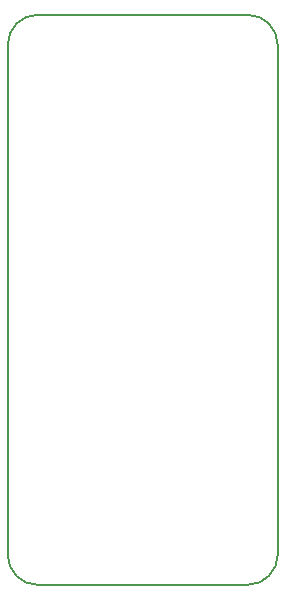
<source format=gm1>
G04 #@! TF.GenerationSoftware,KiCad,Pcbnew,5.0.2+dfsg1-1*
G04 #@! TF.CreationDate,2019-05-16T22:01:56-07:00*
G04 #@! TF.ProjectId,jlink-c2d-adapter,6a6c696e-6b2d-4633-9264-2d6164617074,rev?*
G04 #@! TF.SameCoordinates,Original*
G04 #@! TF.FileFunction,Profile,NP*
%FSLAX46Y46*%
G04 Gerber Fmt 4.6, Leading zero omitted, Abs format (unit mm)*
G04 Created by KiCad (PCBNEW 5.0.2+dfsg1-1) date Thu 16 May 2019 10:01:56 PM PDT*
%MOMM*%
%LPD*%
G01*
G04 APERTURE LIST*
%ADD10C,0.150000*%
G04 APERTURE END LIST*
D10*
X114300000Y-106680000D02*
G75*
G02X111760000Y-104140000I0J2540000D01*
G01*
X134620000Y-104140000D02*
G75*
G02X132080000Y-106680000I-2540000J0D01*
G01*
X132080000Y-58420000D02*
G75*
G02X134620000Y-60960000I0J-2540000D01*
G01*
X111760000Y-60960000D02*
G75*
G02X114300000Y-58420000I2540000J0D01*
G01*
X111760000Y-104140000D02*
X111760000Y-60960000D01*
X132080000Y-106680000D02*
X114300000Y-106680000D01*
X134620000Y-60960000D02*
X134620000Y-104140000D01*
X114300000Y-58420000D02*
X132080000Y-58420000D01*
M02*

</source>
